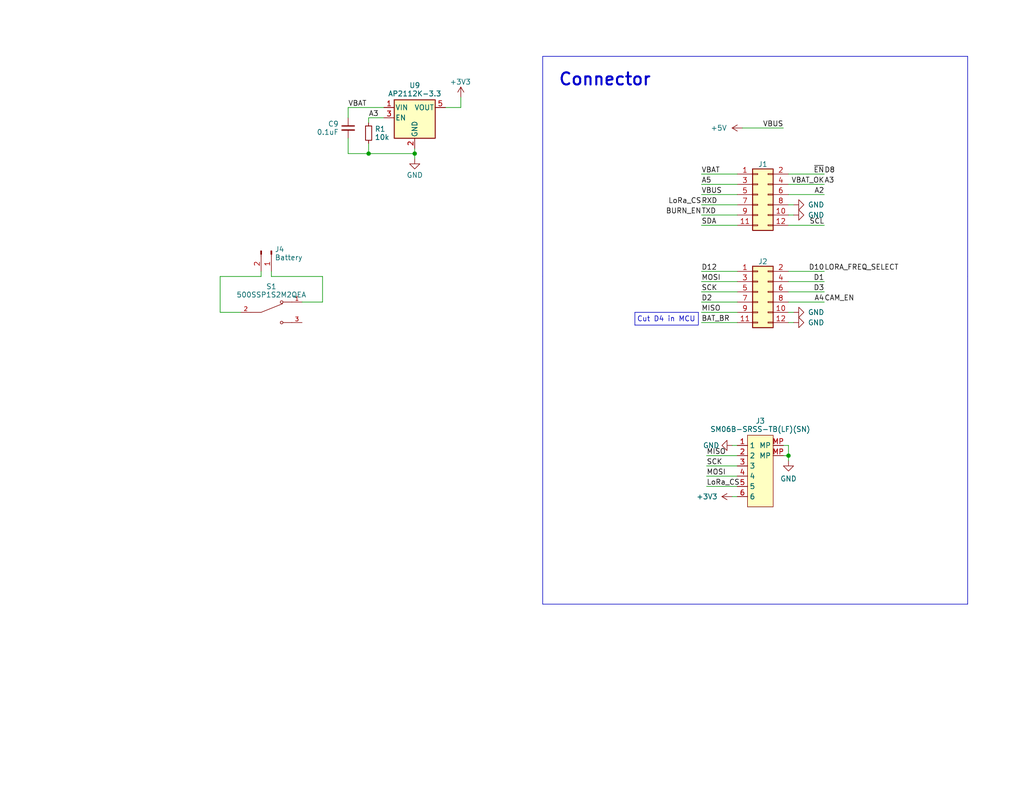
<source format=kicad_sch>
(kicad_sch (version 20230121) (generator eeschema)

  (uuid e63e39d7-6ac0-4ffd-8aa3-1841a4541b55)

  (paper "User" 254 194.996)

  (title_block
    (title "HexSense Svalbard - MCU module")
    (date "2023-05-25")
    (rev "V1")
    (company "MIT Media Lab")
    (comment 1 "Fangzheng Liu")
  )

  (lib_symbols
    (symbol "500SSP1S2M2QEA:500SSP1S2M2QEA" (pin_names (offset 1.016)) (in_bom yes) (on_board yes)
      (property "Reference" "S" (at -2.54 5.08 0)
        (effects (font (size 1.27 1.27)) (justify left bottom))
      )
      (property "Value" "500SSP1S2M2QEA" (at -2.54 -5.08 0)
        (effects (font (size 1.27 1.27)) (justify left top))
      )
      (property "Footprint" "500SSP1S2M2QEA:SW_500SSP1S2M2QEA" (at 0 0 0)
        (effects (font (size 1.27 1.27)) (justify bottom) hide)
      )
      (property "Datasheet" "" (at 0 0 0)
        (effects (font (size 1.27 1.27)) hide)
      )
      (property "MF" "E-Switch" (at 0 0 0)
        (effects (font (size 1.27 1.27)) (justify bottom) hide)
      )
      (property "MAXIMUM_PACKAGE_HEIGHT" "13.59mm" (at 0 0 0)
        (effects (font (size 1.27 1.27)) (justify bottom) hide)
      )
      (property "Package" "None" (at 0 0 0)
        (effects (font (size 1.27 1.27)) (justify bottom) hide)
      )
      (property "Price" "None" (at 0 0 0)
        (effects (font (size 1.27 1.27)) (justify bottom) hide)
      )
      (property "Check_prices" "https://www.snapeda.com/parts/500SSP1S2M2QEA/E-Switch/view-part/?ref=eda" (at 0 0 0)
        (effects (font (size 1.27 1.27)) (justify bottom) hide)
      )
      (property "STANDARD" "Manufacturer Recommendations" (at 0 0 0)
        (effects (font (size 1.27 1.27)) (justify bottom) hide)
      )
      (property "PARTREV" "C" (at 0 0 0)
        (effects (font (size 1.27 1.27)) (justify bottom) hide)
      )
      (property "SnapEDA_Link" "https://www.snapeda.com/parts/500SSP1S2M2QEA/E-Switch/view-part/?ref=snap" (at 0 0 0)
        (effects (font (size 1.27 1.27)) (justify bottom) hide)
      )
      (property "MP" "500SSP1S2M2QEA" (at 0 0 0)
        (effects (font (size 1.27 1.27)) (justify bottom) hide)
      )
      (property "Purchase-URL" "https://www.snapeda.com/api/url_track_click_mouser/?unipart_id=628492&manufacturer=E-Switch&part_name=500SSP1S2M2QEA&search_term=500ssp1s2m2qea" (at 0 0 0)
        (effects (font (size 1.27 1.27)) (justify bottom) hide)
      )
      (property "Description" "\nSlide Switch, 500A Series, Sealed, SPDT, ON-ON, 5A, 120VAC/28VDC, Silver, PC Pi | E-Switch 500SSP1S2M2QEA\n" (at 0 0 0)
        (effects (font (size 1.27 1.27)) (justify bottom) hide)
      )
      (property "Availability" "In Stock" (at 0 0 0)
        (effects (font (size 1.27 1.27)) (justify bottom) hide)
      )
      (property "MANUFACTURER" "E-switch" (at 0 0 0)
        (effects (font (size 1.27 1.27)) (justify bottom) hide)
      )
      (symbol "500SSP1S2M2QEA_0_0"
        (polyline
          (pts
            (xy -2.54 0)
            (xy -5.08 0)
          )
          (stroke (width 0.1524) (type default))
          (fill (type none))
        )
        (polyline
          (pts
            (xy -2.54 0)
            (xy 2.794 2.1336)
          )
          (stroke (width 0.1524) (type default))
          (fill (type none))
        )
        (polyline
          (pts
            (xy 5.08 -2.54)
            (xy 2.921 -2.54)
          )
          (stroke (width 0.1524) (type default))
          (fill (type none))
        )
        (polyline
          (pts
            (xy 5.08 2.54)
            (xy 2.921 2.54)
          )
          (stroke (width 0.1524) (type default))
          (fill (type none))
        )
        (circle (center 2.54 -2.54) (radius 0.3302)
          (stroke (width 0.1524) (type default))
          (fill (type none))
        )
        (circle (center 2.54 2.54) (radius 0.3302)
          (stroke (width 0.1524) (type default))
          (fill (type none))
        )
        (pin passive line (at 7.62 2.54 180) (length 2.54)
          (name "~" (effects (font (size 1.016 1.016))))
          (number "1" (effects (font (size 1.016 1.016))))
        )
        (pin passive line (at -7.62 0 0) (length 2.54)
          (name "~" (effects (font (size 1.016 1.016))))
          (number "2" (effects (font (size 1.016 1.016))))
        )
        (pin passive line (at 7.62 -2.54 180) (length 2.54)
          (name "~" (effects (font (size 1.016 1.016))))
          (number "3" (effects (font (size 1.016 1.016))))
        )
      )
    )
    (symbol "Connector:Conn_01x02_Pin" (pin_names (offset 1.016) hide) (in_bom yes) (on_board yes)
      (property "Reference" "J" (at 0 2.54 0)
        (effects (font (size 1.27 1.27)))
      )
      (property "Value" "Conn_01x02_Pin" (at 0 -5.08 0)
        (effects (font (size 1.27 1.27)))
      )
      (property "Footprint" "" (at 0 0 0)
        (effects (font (size 1.27 1.27)) hide)
      )
      (property "Datasheet" "~" (at 0 0 0)
        (effects (font (size 1.27 1.27)) hide)
      )
      (property "ki_locked" "" (at 0 0 0)
        (effects (font (size 1.27 1.27)))
      )
      (property "ki_keywords" "connector" (at 0 0 0)
        (effects (font (size 1.27 1.27)) hide)
      )
      (property "ki_description" "Generic connector, single row, 01x02, script generated" (at 0 0 0)
        (effects (font (size 1.27 1.27)) hide)
      )
      (property "ki_fp_filters" "Connector*:*_1x??_*" (at 0 0 0)
        (effects (font (size 1.27 1.27)) hide)
      )
      (symbol "Conn_01x02_Pin_1_1"
        (polyline
          (pts
            (xy 1.27 -2.54)
            (xy 0.8636 -2.54)
          )
          (stroke (width 0.1524) (type default))
          (fill (type none))
        )
        (polyline
          (pts
            (xy 1.27 0)
            (xy 0.8636 0)
          )
          (stroke (width 0.1524) (type default))
          (fill (type none))
        )
        (rectangle (start 0.8636 -2.413) (end 0 -2.667)
          (stroke (width 0.1524) (type default))
          (fill (type outline))
        )
        (rectangle (start 0.8636 0.127) (end 0 -0.127)
          (stroke (width 0.1524) (type default))
          (fill (type outline))
        )
        (pin passive line (at 5.08 0 180) (length 3.81)
          (name "Pin_1" (effects (font (size 1.27 1.27))))
          (number "1" (effects (font (size 1.27 1.27))))
        )
        (pin passive line (at 5.08 -2.54 180) (length 3.81)
          (name "Pin_2" (effects (font (size 1.27 1.27))))
          (number "2" (effects (font (size 1.27 1.27))))
        )
      )
    )
    (symbol "Connector_Generic:Conn_02x06_Odd_Even" (pin_names (offset 1.016) hide) (in_bom yes) (on_board yes)
      (property "Reference" "J" (at 1.27 7.62 0)
        (effects (font (size 1.27 1.27)))
      )
      (property "Value" "Conn_02x06_Odd_Even" (at 1.27 -10.16 0)
        (effects (font (size 1.27 1.27)))
      )
      (property "Footprint" "" (at 0 0 0)
        (effects (font (size 1.27 1.27)) hide)
      )
      (property "Datasheet" "~" (at 0 0 0)
        (effects (font (size 1.27 1.27)) hide)
      )
      (property "ki_keywords" "connector" (at 0 0 0)
        (effects (font (size 1.27 1.27)) hide)
      )
      (property "ki_description" "Generic connector, double row, 02x06, odd/even pin numbering scheme (row 1 odd numbers, row 2 even numbers), script generated (kicad-library-utils/schlib/autogen/connector/)" (at 0 0 0)
        (effects (font (size 1.27 1.27)) hide)
      )
      (property "ki_fp_filters" "Connector*:*_2x??_*" (at 0 0 0)
        (effects (font (size 1.27 1.27)) hide)
      )
      (symbol "Conn_02x06_Odd_Even_1_1"
        (rectangle (start -1.27 -7.493) (end 0 -7.747)
          (stroke (width 0.1524) (type default))
          (fill (type none))
        )
        (rectangle (start -1.27 -4.953) (end 0 -5.207)
          (stroke (width 0.1524) (type default))
          (fill (type none))
        )
        (rectangle (start -1.27 -2.413) (end 0 -2.667)
          (stroke (width 0.1524) (type default))
          (fill (type none))
        )
        (rectangle (start -1.27 0.127) (end 0 -0.127)
          (stroke (width 0.1524) (type default))
          (fill (type none))
        )
        (rectangle (start -1.27 2.667) (end 0 2.413)
          (stroke (width 0.1524) (type default))
          (fill (type none))
        )
        (rectangle (start -1.27 5.207) (end 0 4.953)
          (stroke (width 0.1524) (type default))
          (fill (type none))
        )
        (rectangle (start -1.27 6.35) (end 3.81 -8.89)
          (stroke (width 0.254) (type default))
          (fill (type background))
        )
        (rectangle (start 3.81 -7.493) (end 2.54 -7.747)
          (stroke (width 0.1524) (type default))
          (fill (type none))
        )
        (rectangle (start 3.81 -4.953) (end 2.54 -5.207)
          (stroke (width 0.1524) (type default))
          (fill (type none))
        )
        (rectangle (start 3.81 -2.413) (end 2.54 -2.667)
          (stroke (width 0.1524) (type default))
          (fill (type none))
        )
        (rectangle (start 3.81 0.127) (end 2.54 -0.127)
          (stroke (width 0.1524) (type default))
          (fill (type none))
        )
        (rectangle (start 3.81 2.667) (end 2.54 2.413)
          (stroke (width 0.1524) (type default))
          (fill (type none))
        )
        (rectangle (start 3.81 5.207) (end 2.54 4.953)
          (stroke (width 0.1524) (type default))
          (fill (type none))
        )
        (pin passive line (at -5.08 5.08 0) (length 3.81)
          (name "Pin_1" (effects (font (size 1.27 1.27))))
          (number "1" (effects (font (size 1.27 1.27))))
        )
        (pin passive line (at 7.62 -5.08 180) (length 3.81)
          (name "Pin_10" (effects (font (size 1.27 1.27))))
          (number "10" (effects (font (size 1.27 1.27))))
        )
        (pin passive line (at -5.08 -7.62 0) (length 3.81)
          (name "Pin_11" (effects (font (size 1.27 1.27))))
          (number "11" (effects (font (size 1.27 1.27))))
        )
        (pin passive line (at 7.62 -7.62 180) (length 3.81)
          (name "Pin_12" (effects (font (size 1.27 1.27))))
          (number "12" (effects (font (size 1.27 1.27))))
        )
        (pin passive line (at 7.62 5.08 180) (length 3.81)
          (name "Pin_2" (effects (font (size 1.27 1.27))))
          (number "2" (effects (font (size 1.27 1.27))))
        )
        (pin passive line (at -5.08 2.54 0) (length 3.81)
          (name "Pin_3" (effects (font (size 1.27 1.27))))
          (number "3" (effects (font (size 1.27 1.27))))
        )
        (pin passive line (at 7.62 2.54 180) (length 3.81)
          (name "Pin_4" (effects (font (size 1.27 1.27))))
          (number "4" (effects (font (size 1.27 1.27))))
        )
        (pin passive line (at -5.08 0 0) (length 3.81)
          (name "Pin_5" (effects (font (size 1.27 1.27))))
          (number "5" (effects (font (size 1.27 1.27))))
        )
        (pin passive line (at 7.62 0 180) (length 3.81)
          (name "Pin_6" (effects (font (size 1.27 1.27))))
          (number "6" (effects (font (size 1.27 1.27))))
        )
        (pin passive line (at -5.08 -2.54 0) (length 3.81)
          (name "Pin_7" (effects (font (size 1.27 1.27))))
          (number "7" (effects (font (size 1.27 1.27))))
        )
        (pin passive line (at 7.62 -2.54 180) (length 3.81)
          (name "Pin_8" (effects (font (size 1.27 1.27))))
          (number "8" (effects (font (size 1.27 1.27))))
        )
        (pin passive line (at -5.08 -5.08 0) (length 3.81)
          (name "Pin_9" (effects (font (size 1.27 1.27))))
          (number "9" (effects (font (size 1.27 1.27))))
        )
      )
    )
    (symbol "Device:C_Small" (pin_numbers hide) (pin_names (offset 0.254) hide) (in_bom yes) (on_board yes)
      (property "Reference" "C" (at 0.254 1.778 0)
        (effects (font (size 1.27 1.27)) (justify left))
      )
      (property "Value" "C_Small" (at 0.254 -2.032 0)
        (effects (font (size 1.27 1.27)) (justify left))
      )
      (property "Footprint" "" (at 0 0 0)
        (effects (font (size 1.27 1.27)) hide)
      )
      (property "Datasheet" "~" (at 0 0 0)
        (effects (font (size 1.27 1.27)) hide)
      )
      (property "ki_keywords" "capacitor cap" (at 0 0 0)
        (effects (font (size 1.27 1.27)) hide)
      )
      (property "ki_description" "Unpolarized capacitor, small symbol" (at 0 0 0)
        (effects (font (size 1.27 1.27)) hide)
      )
      (property "ki_fp_filters" "C_*" (at 0 0 0)
        (effects (font (size 1.27 1.27)) hide)
      )
      (symbol "C_Small_0_1"
        (polyline
          (pts
            (xy -1.524 -0.508)
            (xy 1.524 -0.508)
          )
          (stroke (width 0.3302) (type default))
          (fill (type none))
        )
        (polyline
          (pts
            (xy -1.524 0.508)
            (xy 1.524 0.508)
          )
          (stroke (width 0.3048) (type default))
          (fill (type none))
        )
      )
      (symbol "C_Small_1_1"
        (pin passive line (at 0 2.54 270) (length 2.032)
          (name "~" (effects (font (size 1.27 1.27))))
          (number "1" (effects (font (size 1.27 1.27))))
        )
        (pin passive line (at 0 -2.54 90) (length 2.032)
          (name "~" (effects (font (size 1.27 1.27))))
          (number "2" (effects (font (size 1.27 1.27))))
        )
      )
    )
    (symbol "Device:R_Small" (pin_numbers hide) (pin_names (offset 0.254) hide) (in_bom yes) (on_board yes)
      (property "Reference" "R" (at 0.762 0.508 0)
        (effects (font (size 1.27 1.27)) (justify left))
      )
      (property "Value" "R_Small" (at 0.762 -1.016 0)
        (effects (font (size 1.27 1.27)) (justify left))
      )
      (property "Footprint" "" (at 0 0 0)
        (effects (font (size 1.27 1.27)) hide)
      )
      (property "Datasheet" "~" (at 0 0 0)
        (effects (font (size 1.27 1.27)) hide)
      )
      (property "ki_keywords" "R resistor" (at 0 0 0)
        (effects (font (size 1.27 1.27)) hide)
      )
      (property "ki_description" "Resistor, small symbol" (at 0 0 0)
        (effects (font (size 1.27 1.27)) hide)
      )
      (property "ki_fp_filters" "R_*" (at 0 0 0)
        (effects (font (size 1.27 1.27)) hide)
      )
      (symbol "R_Small_0_1"
        (rectangle (start -0.762 1.778) (end 0.762 -1.778)
          (stroke (width 0.2032) (type default))
          (fill (type none))
        )
      )
      (symbol "R_Small_1_1"
        (pin passive line (at 0 2.54 270) (length 0.762)
          (name "~" (effects (font (size 1.27 1.27))))
          (number "1" (effects (font (size 1.27 1.27))))
        )
        (pin passive line (at 0 -2.54 90) (length 0.762)
          (name "~" (effects (font (size 1.27 1.27))))
          (number "2" (effects (font (size 1.27 1.27))))
        )
      )
    )
    (symbol "Mylib:BM06B-SURS-TF(LF)(SN)" (in_bom yes) (on_board yes)
      (property "Reference" "J" (at 0 6.35 0)
        (effects (font (size 1.27 1.27)))
      )
      (property "Value" "BM06B-SURS-TF(LF)(SN)" (at 0 3.81 0)
        (effects (font (size 1.27 1.27)))
      )
      (property "Footprint" "" (at 0 0 0)
        (effects (font (size 1.27 1.27)) hide)
      )
      (property "Datasheet" "" (at 0 0 0)
        (effects (font (size 1.27 1.27)) hide)
      )
      (symbol "BM06B-SURS-TF(LF)(SN)_0_1"
        (rectangle (start -2.54 2.54) (end 3.81 -15.24)
          (stroke (width 0.1524) (type default))
          (fill (type background))
        )
      )
      (symbol "BM06B-SURS-TF(LF)(SN)_1_1"
        (pin input line (at -5.08 0 0) (length 2.54)
          (name "1" (effects (font (size 1.27 1.27))))
          (number "1" (effects (font (size 1.27 1.27))))
        )
        (pin input line (at -5.08 -2.54 0) (length 2.54)
          (name "2" (effects (font (size 1.27 1.27))))
          (number "2" (effects (font (size 1.27 1.27))))
        )
        (pin input line (at -5.08 -5.08 0) (length 2.54)
          (name "3" (effects (font (size 1.27 1.27))))
          (number "3" (effects (font (size 1.27 1.27))))
        )
        (pin input line (at -5.08 -7.62 0) (length 2.54)
          (name "4" (effects (font (size 1.27 1.27))))
          (number "4" (effects (font (size 1.27 1.27))))
        )
        (pin input line (at -5.08 -10.16 0) (length 2.54)
          (name "5" (effects (font (size 1.27 1.27))))
          (number "5" (effects (font (size 1.27 1.27))))
        )
        (pin input line (at -5.08 -12.7 0) (length 2.54)
          (name "6" (effects (font (size 1.27 1.27))))
          (number "6" (effects (font (size 1.27 1.27))))
        )
        (pin input line (at 6.35 -2.54 180) (length 2.54)
          (name "MP" (effects (font (size 1.27 1.27))))
          (number "MP" (effects (font (size 1.27 1.27))))
        )
        (pin input line (at 6.35 0 180) (length 2.54)
          (name "MP" (effects (font (size 1.27 1.27))))
          (number "MP" (effects (font (size 1.27 1.27))))
        )
      )
    )
    (symbol "Regulator_Linear:AP2112K-3.3" (pin_names (offset 0.254)) (in_bom yes) (on_board yes)
      (property "Reference" "U" (at -5.08 5.715 0)
        (effects (font (size 1.27 1.27)) (justify left))
      )
      (property "Value" "AP2112K-3.3" (at 0 5.715 0)
        (effects (font (size 1.27 1.27)) (justify left))
      )
      (property "Footprint" "Package_TO_SOT_SMD:SOT-23-5" (at 0 8.255 0)
        (effects (font (size 1.27 1.27)) hide)
      )
      (property "Datasheet" "https://www.diodes.com/assets/Datasheets/AP2112.pdf" (at 0 2.54 0)
        (effects (font (size 1.27 1.27)) hide)
      )
      (property "ki_keywords" "linear regulator ldo fixed positive" (at 0 0 0)
        (effects (font (size 1.27 1.27)) hide)
      )
      (property "ki_description" "600mA low dropout linear regulator, with enable pin, 3.8V-6V input voltage range, 3.3V fixed positive output, SOT-23-5" (at 0 0 0)
        (effects (font (size 1.27 1.27)) hide)
      )
      (property "ki_fp_filters" "SOT?23?5*" (at 0 0 0)
        (effects (font (size 1.27 1.27)) hide)
      )
      (symbol "AP2112K-3.3_0_1"
        (rectangle (start -5.08 4.445) (end 5.08 -5.08)
          (stroke (width 0.254) (type default))
          (fill (type background))
        )
      )
      (symbol "AP2112K-3.3_1_1"
        (pin power_in line (at -7.62 2.54 0) (length 2.54)
          (name "VIN" (effects (font (size 1.27 1.27))))
          (number "1" (effects (font (size 1.27 1.27))))
        )
        (pin power_in line (at 0 -7.62 90) (length 2.54)
          (name "GND" (effects (font (size 1.27 1.27))))
          (number "2" (effects (font (size 1.27 1.27))))
        )
        (pin input line (at -7.62 0 0) (length 2.54)
          (name "EN" (effects (font (size 1.27 1.27))))
          (number "3" (effects (font (size 1.27 1.27))))
        )
        (pin no_connect line (at 5.08 0 180) (length 2.54) hide
          (name "NC" (effects (font (size 1.27 1.27))))
          (number "4" (effects (font (size 1.27 1.27))))
        )
        (pin power_out line (at 7.62 2.54 180) (length 2.54)
          (name "VOUT" (effects (font (size 1.27 1.27))))
          (number "5" (effects (font (size 1.27 1.27))))
        )
      )
    )
    (symbol "power:+3.3V" (power) (pin_names (offset 0)) (in_bom yes) (on_board yes)
      (property "Reference" "#PWR" (at 0 -3.81 0)
        (effects (font (size 1.27 1.27)) hide)
      )
      (property "Value" "+3.3V" (at 0 3.556 0)
        (effects (font (size 1.27 1.27)))
      )
      (property "Footprint" "" (at 0 0 0)
        (effects (font (size 1.27 1.27)) hide)
      )
      (property "Datasheet" "" (at 0 0 0)
        (effects (font (size 1.27 1.27)) hide)
      )
      (property "ki_keywords" "power-flag" (at 0 0 0)
        (effects (font (size 1.27 1.27)) hide)
      )
      (property "ki_description" "Power symbol creates a global label with name \"+3.3V\"" (at 0 0 0)
        (effects (font (size 1.27 1.27)) hide)
      )
      (symbol "+3.3V_0_1"
        (polyline
          (pts
            (xy -0.762 1.27)
            (xy 0 2.54)
          )
          (stroke (width 0) (type default))
          (fill (type none))
        )
        (polyline
          (pts
            (xy 0 0)
            (xy 0 2.54)
          )
          (stroke (width 0) (type default))
          (fill (type none))
        )
        (polyline
          (pts
            (xy 0 2.54)
            (xy 0.762 1.27)
          )
          (stroke (width 0) (type default))
          (fill (type none))
        )
      )
      (symbol "+3.3V_1_1"
        (pin power_in line (at 0 0 90) (length 0) hide
          (name "+3V3" (effects (font (size 1.27 1.27))))
          (number "1" (effects (font (size 1.27 1.27))))
        )
      )
    )
    (symbol "power:+5V" (power) (pin_names (offset 0)) (in_bom yes) (on_board yes)
      (property "Reference" "#PWR" (at 0 -3.81 0)
        (effects (font (size 1.27 1.27)) hide)
      )
      (property "Value" "+5V" (at 0 3.556 0)
        (effects (font (size 1.27 1.27)))
      )
      (property "Footprint" "" (at 0 0 0)
        (effects (font (size 1.27 1.27)) hide)
      )
      (property "Datasheet" "" (at 0 0 0)
        (effects (font (size 1.27 1.27)) hide)
      )
      (property "ki_keywords" "global power" (at 0 0 0)
        (effects (font (size 1.27 1.27)) hide)
      )
      (property "ki_description" "Power symbol creates a global label with name \"+5V\"" (at 0 0 0)
        (effects (font (size 1.27 1.27)) hide)
      )
      (symbol "+5V_0_1"
        (polyline
          (pts
            (xy -0.762 1.27)
            (xy 0 2.54)
          )
          (stroke (width 0) (type default))
          (fill (type none))
        )
        (polyline
          (pts
            (xy 0 0)
            (xy 0 2.54)
          )
          (stroke (width 0) (type default))
          (fill (type none))
        )
        (polyline
          (pts
            (xy 0 2.54)
            (xy 0.762 1.27)
          )
          (stroke (width 0) (type default))
          (fill (type none))
        )
      )
      (symbol "+5V_1_1"
        (pin power_in line (at 0 0 90) (length 0) hide
          (name "+5V" (effects (font (size 1.27 1.27))))
          (number "1" (effects (font (size 1.27 1.27))))
        )
      )
    )
    (symbol "power:GND" (power) (pin_names (offset 0)) (in_bom yes) (on_board yes)
      (property "Reference" "#PWR" (at 0 -6.35 0)
        (effects (font (size 1.27 1.27)) hide)
      )
      (property "Value" "GND" (at 0 -3.81 0)
        (effects (font (size 1.27 1.27)))
      )
      (property "Footprint" "" (at 0 0 0)
        (effects (font (size 1.27 1.27)) hide)
      )
      (property "Datasheet" "" (at 0 0 0)
        (effects (font (size 1.27 1.27)) hide)
      )
      (property "ki_keywords" "global power" (at 0 0 0)
        (effects (font (size 1.27 1.27)) hide)
      )
      (property "ki_description" "Power symbol creates a global label with name \"GND\" , ground" (at 0 0 0)
        (effects (font (size 1.27 1.27)) hide)
      )
      (symbol "GND_0_1"
        (polyline
          (pts
            (xy 0 0)
            (xy 0 -1.27)
            (xy 1.27 -1.27)
            (xy 0 -2.54)
            (xy -1.27 -1.27)
            (xy 0 -1.27)
          )
          (stroke (width 0) (type default))
          (fill (type none))
        )
      )
      (symbol "GND_1_1"
        (pin power_in line (at 0 0 270) (length 0) hide
          (name "GND" (effects (font (size 1.27 1.27))))
          (number "1" (effects (font (size 1.27 1.27))))
        )
      )
    )
  )

  (junction (at 91.44 38.1) (diameter 0) (color 0 0 0 0)
    (uuid 35e4b77e-826b-44e7-beb8-22614103ec6c)
  )
  (junction (at 102.87 38.1) (diameter 0) (color 0 0 0 0)
    (uuid 620dd222-c7e6-44f0-9e4c-7a41603b81ef)
  )
  (junction (at 195.58 113.03) (diameter 0) (color 0 0 0 0)
    (uuid 7e0e89d7-0e07-45de-a927-72dc7b28e017)
  )

  (wire (pts (xy 86.36 29.21) (xy 86.36 26.67))
    (stroke (width 0) (type default))
    (uuid 08f9aa60-8749-424c-aecf-7c433bf4a1d5)
  )
  (polyline (pts (xy 134.62 68.58) (xy 134.62 149.86))
    (stroke (width 0) (type default))
    (uuid 095a5298-c86a-465b-98a6-5913b517f78f)
  )

  (wire (pts (xy 173.99 77.47) (xy 182.88 77.47))
    (stroke (width 0) (type default))
    (uuid 0fa9183f-5369-426b-9498-5645797922df)
  )
  (wire (pts (xy 86.36 34.29) (xy 86.36 38.1))
    (stroke (width 0) (type default))
    (uuid 1015a498-4b6e-472b-8471-a69133b25874)
  )
  (wire (pts (xy 194.31 110.49) (xy 195.58 110.49))
    (stroke (width 0) (type default))
    (uuid 174afaf5-9038-4d6b-b0dc-4a30c9782c61)
  )
  (wire (pts (xy 67.31 67.31) (xy 67.31 68.58))
    (stroke (width 0) (type default))
    (uuid 1b063ed5-7efb-4038-8ff0-66755b3fde8a)
  )
  (wire (pts (xy 195.58 77.47) (xy 196.85 77.47))
    (stroke (width 0) (type default))
    (uuid 1d632da4-c543-4d80-b642-0354a56e2d07)
  )
  (wire (pts (xy 64.77 68.58) (xy 64.77 67.31))
    (stroke (width 0) (type default))
    (uuid 1e7d2c7c-7868-4fbf-bc36-6ab5883cacef)
  )
  (wire (pts (xy 91.44 35.56) (xy 91.44 38.1))
    (stroke (width 0) (type default))
    (uuid 2097de3c-eec6-4212-8c3c-5e6b70ebe2db)
  )
  (wire (pts (xy 195.58 53.34) (xy 196.85 53.34))
    (stroke (width 0) (type default))
    (uuid 22bff00e-e419-4092-a2b8-c1f232a8e641)
  )
  (polyline (pts (xy 173.228 77.47) (xy 173.228 80.518))
    (stroke (width 0) (type default))
    (uuid 2c4318f3-9a09-4cb2-80be-7294fde9c374)
  )

  (wire (pts (xy 173.99 43.18) (xy 182.88 43.18))
    (stroke (width 0) (type default))
    (uuid 3367972f-528d-4624-89f4-0b3b2f6850f4)
  )
  (wire (pts (xy 173.99 69.85) (xy 182.88 69.85))
    (stroke (width 0) (type default))
    (uuid 3f343929-cf20-4bbe-a9de-dd217b905843)
  )
  (wire (pts (xy 195.58 110.49) (xy 195.58 113.03))
    (stroke (width 0) (type default))
    (uuid 43eddb0b-85df-4566-9c72-788b87fc7ff5)
  )
  (polyline (pts (xy 240.03 68.58) (xy 240.03 149.86))
    (stroke (width 0) (type default))
    (uuid 4cd877f2-de11-4b0d-9360-3e3ed7b50b0d)
  )

  (wire (pts (xy 173.99 55.88) (xy 182.88 55.88))
    (stroke (width 0) (type default))
    (uuid 5644d770-110b-4322-a561-85e83bfe8b36)
  )
  (wire (pts (xy 86.36 38.1) (xy 91.44 38.1))
    (stroke (width 0) (type default))
    (uuid 57691734-a177-44fd-9b28-ed89b007f21c)
  )
  (wire (pts (xy 59.69 77.47) (xy 54.61 77.47))
    (stroke (width 0) (type default))
    (uuid 5816156f-3d08-4ad2-9ee4-4aead5f614d9)
  )
  (wire (pts (xy 175.26 120.65) (xy 182.88 120.65))
    (stroke (width 0) (type default))
    (uuid 59598f6c-09d8-4909-9b56-2d93b3defc9f)
  )
  (polyline (pts (xy 134.62 13.97) (xy 134.62 68.58))
    (stroke (width 0) (type default))
    (uuid 5bebda4e-b5da-48c2-ac93-396c4bf2e3fd)
  )

  (wire (pts (xy 173.99 50.8) (xy 182.88 50.8))
    (stroke (width 0) (type default))
    (uuid 62d8155c-ac7e-4eef-9fd9-aecdad28d29c)
  )
  (wire (pts (xy 195.58 74.93) (xy 204.47 74.93))
    (stroke (width 0) (type default))
    (uuid 640f9653-4ed5-42e7-bbea-eab563e0845a)
  )
  (wire (pts (xy 80.01 74.93) (xy 74.93 74.93))
    (stroke (width 0) (type default))
    (uuid 64515e9f-a9b7-41e5-bb8d-4f2eabd24cbf)
  )
  (wire (pts (xy 181.61 110.49) (xy 182.88 110.49))
    (stroke (width 0) (type default))
    (uuid 69fdfae7-9463-4f29-b04c-2c27eb3cbe92)
  )
  (wire (pts (xy 184.15 31.75) (xy 194.31 31.75))
    (stroke (width 0) (type default))
    (uuid 710eb554-dca1-48a5-872b-85c05870feb8)
  )
  (polyline (pts (xy 134.62 13.97) (xy 240.03 13.97))
    (stroke (width 0) (type default))
    (uuid 87e5f432-bb64-491c-8ee2-a5cebd1952e2)
  )

  (wire (pts (xy 195.58 67.31) (xy 204.47 67.31))
    (stroke (width 0) (type default))
    (uuid 885e6c63-c79d-42e9-b6d0-2a7504f5ceb0)
  )
  (wire (pts (xy 194.31 113.03) (xy 195.58 113.03))
    (stroke (width 0) (type default))
    (uuid 8ba28bcb-42ff-4880-a824-08351ed009e3)
  )
  (wire (pts (xy 86.36 26.67) (xy 95.25 26.67))
    (stroke (width 0) (type default))
    (uuid 91c89d99-c3d0-4551-9ff1-0a7cd60a2783)
  )
  (wire (pts (xy 67.31 68.58) (xy 80.01 68.58))
    (stroke (width 0) (type default))
    (uuid 96089f52-3acc-4ef3-9128-78e54faa32c0)
  )
  (wire (pts (xy 80.01 68.58) (xy 80.01 74.93))
    (stroke (width 0) (type default))
    (uuid 9a5dd11e-57b3-4881-9a25-35311a426606)
  )
  (wire (pts (xy 195.58 113.03) (xy 195.58 114.3))
    (stroke (width 0) (type default))
    (uuid 9f3f2958-e1b3-4367-9f40-508ef9d869aa)
  )
  (wire (pts (xy 175.26 113.03) (xy 182.88 113.03))
    (stroke (width 0) (type default))
    (uuid a335d86c-78c1-406e-8845-7e7995f1ad8a)
  )
  (wire (pts (xy 195.58 43.18) (xy 204.47 43.18))
    (stroke (width 0) (type default))
    (uuid a77c3986-b378-46c6-afe3-f8cddd34e442)
  )
  (wire (pts (xy 114.3 26.67) (xy 110.49 26.67))
    (stroke (width 0) (type default))
    (uuid af772aa8-59aa-47f6-b915-e9212dc781a7)
  )
  (wire (pts (xy 175.26 115.57) (xy 182.88 115.57))
    (stroke (width 0) (type default))
    (uuid b55e0abd-9652-425b-9bd1-0edacc05e8a8)
  )
  (wire (pts (xy 195.58 72.39) (xy 204.47 72.39))
    (stroke (width 0) (type default))
    (uuid b714ccda-473d-49a2-8647-2e3451ae4af3)
  )
  (wire (pts (xy 102.87 39.37) (xy 102.87 38.1))
    (stroke (width 0) (type default))
    (uuid b75da5da-3190-4da6-837f-0c8cf23333d9)
  )
  (wire (pts (xy 173.99 74.93) (xy 182.88 74.93))
    (stroke (width 0) (type default))
    (uuid b800fd66-f8b2-4a8f-8179-bef154ad4388)
  )
  (polyline (pts (xy 157.48 77.47) (xy 157.48 80.645))
    (stroke (width 0) (type default))
    (uuid b995f51b-ba0d-4146-962d-a0d29ee653f1)
  )

  (wire (pts (xy 195.58 45.72) (xy 204.47 45.72))
    (stroke (width 0) (type default))
    (uuid beebf9aa-51a4-4d3a-8987-b0152db26238)
  )
  (wire (pts (xy 195.58 80.01) (xy 196.85 80.01))
    (stroke (width 0) (type default))
    (uuid bfe5a673-1e36-4a91-9395-3214380a9c9e)
  )
  (wire (pts (xy 195.58 55.88) (xy 204.47 55.88))
    (stroke (width 0) (type default))
    (uuid c1eefc4b-76f4-40c3-b933-ab586706af53)
  )
  (wire (pts (xy 173.99 45.72) (xy 182.88 45.72))
    (stroke (width 0) (type default))
    (uuid c3cc102d-dc30-4baa-8488-764d1e4ac801)
  )
  (wire (pts (xy 173.99 80.01) (xy 182.88 80.01))
    (stroke (width 0) (type default))
    (uuid c5a5306e-835a-4857-a54d-52666a5e97e5)
  )
  (wire (pts (xy 91.44 29.21) (xy 95.25 29.21))
    (stroke (width 0) (type default))
    (uuid c779e581-cd0a-4389-9b4a-af6d06f854c4)
  )
  (wire (pts (xy 195.58 50.8) (xy 196.85 50.8))
    (stroke (width 0) (type default))
    (uuid c78dfecd-9bbd-4662-b3cf-1de3a4cb4c20)
  )
  (wire (pts (xy 175.26 118.11) (xy 182.88 118.11))
    (stroke (width 0) (type default))
    (uuid cd71d737-b42c-4a56-a44f-767fce5879b3)
  )
  (wire (pts (xy 195.58 48.26) (xy 204.47 48.26))
    (stroke (width 0) (type default))
    (uuid cdc91dc6-fdca-4424-8535-1673f6b3da25)
  )
  (wire (pts (xy 181.61 123.19) (xy 182.88 123.19))
    (stroke (width 0) (type default))
    (uuid d3042394-8e26-45ea-a84d-95a470a8fff5)
  )
  (wire (pts (xy 195.58 69.85) (xy 204.47 69.85))
    (stroke (width 0) (type default))
    (uuid d3ceafe9-21fe-40d6-96ff-2b41c0e51db7)
  )
  (wire (pts (xy 54.61 68.58) (xy 64.77 68.58))
    (stroke (width 0) (type default))
    (uuid dd3720d1-d4e6-4e16-9bc7-1fabaf2e4a53)
  )
  (polyline (pts (xy 173.228 80.645) (xy 157.48 80.645))
    (stroke (width 0) (type default))
    (uuid dd55d13f-04a6-4c2f-84dd-50c591b38154)
  )

  (wire (pts (xy 54.61 77.47) (xy 54.61 68.58))
    (stroke (width 0) (type default))
    (uuid e9e39c57-d072-4e54-a86d-5618587fdf6b)
  )
  (wire (pts (xy 173.99 53.34) (xy 182.88 53.34))
    (stroke (width 0) (type default))
    (uuid ede3c9c0-4304-4a43-95b9-0bd4cd7ad138)
  )
  (wire (pts (xy 173.99 48.26) (xy 182.88 48.26))
    (stroke (width 0) (type default))
    (uuid f0d73c50-92e8-4b97-a2e7-897738ec266d)
  )
  (wire (pts (xy 91.44 29.21) (xy 91.44 30.48))
    (stroke (width 0) (type default))
    (uuid f272491c-8219-44fb-afff-ad4e6f749822)
  )
  (wire (pts (xy 102.87 38.1) (xy 102.87 36.83))
    (stroke (width 0) (type default))
    (uuid f362601d-c2cb-4ff8-9f95-99468277321c)
  )
  (polyline (pts (xy 240.03 13.97) (xy 240.03 68.58))
    (stroke (width 0) (type default))
    (uuid f3d7fa48-431a-4b3f-97d9-b88d92b44bad)
  )

  (wire (pts (xy 173.99 67.31) (xy 182.88 67.31))
    (stroke (width 0) (type default))
    (uuid f3f91864-7639-425e-a447-c9c5efe1dc4c)
  )
  (wire (pts (xy 173.99 72.39) (xy 182.88 72.39))
    (stroke (width 0) (type default))
    (uuid f9c292e5-c6ed-478b-b8e1-da89018080ce)
  )
  (polyline (pts (xy 240.03 149.86) (xy 134.62 149.86))
    (stroke (width 0) (type default))
    (uuid fc5e7a01-4e62-431a-8a57-2f88b4713ba3)
  )

  (wire (pts (xy 91.44 38.1) (xy 102.87 38.1))
    (stroke (width 0) (type default))
    (uuid ff3c3f7c-78d0-4205-ba49-fd96d2137416)
  )
  (wire (pts (xy 114.3 24.13) (xy 114.3 26.67))
    (stroke (width 0) (type default))
    (uuid ffebb3f8-1990-46b5-ab0a-d17996adb6cc)
  )
  (polyline (pts (xy 157.48 77.47) (xy 173.228 77.47))
    (stroke (width 0) (type default))
    (uuid ffec96fd-6d05-4828-84c6-c8f03c611730)
  )

  (text "Cut D4 in MCU" (at 157.988 80.01 0)
    (effects (font (size 1.27 1.27)) (justify left bottom))
    (uuid 6941ee7e-0987-4aab-a47f-29cf42b12613)
  )
  (text "Connector" (at 138.43 21.59 0)
    (effects (font (size 3 3) (thickness 0.508) bold) (justify left bottom))
    (uuid 98beb101-a225-4bb4-8ab1-1ade8805a442)
  )

  (label "D3" (at 204.47 72.39 180) (fields_autoplaced)
    (effects (font (size 1.27 1.27)) (justify right bottom))
    (uuid 003088b9-81a7-4139-9664-d38b249c01d4)
  )
  (label "BAT_BR" (at 173.99 80.01 0) (fields_autoplaced)
    (effects (font (size 1.27 1.27)) (justify left bottom))
    (uuid 0032f7f8-2b77-4f03-9c0a-18e0e0ed6e72)
  )
  (label "LoRa_CS" (at 173.99 50.8 180) (fields_autoplaced)
    (effects (font (size 1.27 1.27)) (justify right bottom))
    (uuid 06f28a36-75cc-4d59-8585-d2a0862ea71b)
  )
  (label "MOSI" (at 173.99 69.85 0) (fields_autoplaced)
    (effects (font (size 1.27 1.27)) (justify left bottom))
    (uuid 0e3a8c67-6752-4add-8895-9eafd2409d71)
  )
  (label "MISO" (at 175.26 113.03 0) (fields_autoplaced)
    (effects (font (size 1.27 1.27)) (justify left bottom))
    (uuid 17adcb64-347e-4afc-ae2a-62f1691d3c2e)
  )
  (label "A3" (at 91.44 29.21 0) (fields_autoplaced)
    (effects (font (size 1.27 1.27)) (justify left bottom))
    (uuid 17cb82dd-cc27-4002-b9c2-bc3fdc05b3b0)
  )
  (label "D10" (at 204.47 67.31 180) (fields_autoplaced)
    (effects (font (size 1.27 1.27)) (justify right bottom))
    (uuid 22423b0d-8ba3-4d2c-9da2-f8acf3aa19cc)
  )
  (label "TXD" (at 173.99 53.34 0) (fields_autoplaced)
    (effects (font (size 1.27 1.27)) (justify left bottom))
    (uuid 2ba1a6d1-64e1-49bd-a765-811d38a5fd97)
  )
  (label "MOSI" (at 175.26 118.11 0) (fields_autoplaced)
    (effects (font (size 1.27 1.27)) (justify left bottom))
    (uuid 2bbccfc4-5416-42d4-a9ef-7b2075e0a8f9)
  )
  (label "VBUS" (at 173.99 48.26 0) (fields_autoplaced)
    (effects (font (size 1.27 1.27)) (justify left bottom))
    (uuid 2d9449d2-fc74-4601-8315-4b7f6750dc07)
  )
  (label "D2" (at 173.99 74.93 0) (fields_autoplaced)
    (effects (font (size 1.27 1.27)) (justify left bottom))
    (uuid 32e52e87-2e3b-439a-805c-0f73874b6e58)
  )
  (label "MISO" (at 173.99 77.47 0) (fields_autoplaced)
    (effects (font (size 1.27 1.27)) (justify left bottom))
    (uuid 37bd440c-42bf-4c29-962c-829cb2abfdc0)
  )
  (label "A2" (at 204.47 48.26 180) (fields_autoplaced)
    (effects (font (size 1.27 1.27)) (justify right bottom))
    (uuid 400f576d-6607-4bd1-bcdc-c5c09bd9cd38)
  )
  (label "SCK" (at 175.26 115.57 0) (fields_autoplaced)
    (effects (font (size 1.27 1.27)) (justify left bottom))
    (uuid 4816084f-4a40-4267-be83-1858e2923338)
  )
  (label "A5" (at 173.99 45.72 0) (fields_autoplaced)
    (effects (font (size 1.27 1.27)) (justify left bottom))
    (uuid 4dc39b28-2db3-4b8d-90a4-c64bfb4eb942)
  )
  (label "LoRa_CS" (at 175.26 120.65 0) (fields_autoplaced)
    (effects (font (size 1.27 1.27)) (justify left bottom))
    (uuid 5c7231f8-8222-4199-88a4-945ba16922f0)
  )
  (label "~{EN}" (at 204.47 43.18 180) (fields_autoplaced)
    (effects (font (size 1.27 1.27)) (justify right bottom))
    (uuid 5ca16bdb-9d6b-42a1-b6d5-ced6d40dbb40)
  )
  (label "VBUS" (at 194.31 31.75 180) (fields_autoplaced)
    (effects (font (size 1.27 1.27)) (justify right bottom))
    (uuid 5e7511a5-4bdc-48ec-8145-907e674711b1)
  )
  (label "CAM_EN" (at 204.47 74.93 0) (fields_autoplaced)
    (effects (font (size 1.27 1.27)) (justify left bottom))
    (uuid 7ae31be0-a58e-4f87-bce3-983b6a40e1db)
  )
  (label "D8" (at 204.47 43.18 0) (fields_autoplaced)
    (effects (font (size 1.27 1.27)) (justify left bottom))
    (uuid 7c5e9678-8afb-4fea-bb55-fa5f2efb2f5f)
  )
  (label "A3" (at 204.47 45.72 0) (fields_autoplaced)
    (effects (font (size 1.27 1.27)) (justify left bottom))
    (uuid 8a28db93-258d-47a3-a0f5-bc093a21b84c)
  )
  (label "VBAT" (at 173.99 43.18 0) (fields_autoplaced)
    (effects (font (size 1.27 1.27)) (justify left bottom))
    (uuid 8caed229-877e-4ee1-aa34-e339fd278f8d)
  )
  (label "LORA_FREQ_SELECT" (at 204.47 67.31 0) (fields_autoplaced)
    (effects (font (size 1.27 1.27)) (justify left bottom))
    (uuid 90b5352b-99e9-4a59-9227-b7365ab3d518)
  )
  (label "D1" (at 204.47 69.85 180) (fields_autoplaced)
    (effects (font (size 1.27 1.27)) (justify right bottom))
    (uuid 935553ae-7ec9-45e5-a931-b3665a76ef13)
  )
  (label "D12" (at 173.99 67.31 0) (fields_autoplaced)
    (effects (font (size 1.27 1.27)) (justify left bottom))
    (uuid 9c86338b-df91-455d-96ce-7aaaae4e0b66)
  )
  (label "VBAT_OK" (at 204.47 45.72 180) (fields_autoplaced)
    (effects (font (size 1.27 1.27)) (justify right bottom))
    (uuid a2087542-ce6f-418d-af18-feeecd67ad58)
  )
  (label "SCK" (at 173.99 72.39 0) (fields_autoplaced)
    (effects (font (size 1.27 1.27)) (justify left bottom))
    (uuid adafb538-1b4b-44fc-b810-db0a18e57263)
  )
  (label "RXD" (at 173.99 50.8 0) (fields_autoplaced)
    (effects (font (size 1.27 1.27)) (justify left bottom))
    (uuid bd172a43-4be2-4909-b5e1-6c0445fde7f9)
  )
  (label "BURN_EN" (at 173.99 53.34 180) (fields_autoplaced)
    (effects (font (size 1.27 1.27)) (justify right bottom))
    (uuid c4ce0d98-ce9f-44ce-ac68-cf8a7dc49dfe)
  )
  (label "SDA" (at 173.99 55.88 0) (fields_autoplaced)
    (effects (font (size 1.27 1.27)) (justify left bottom))
    (uuid cd723087-d0b9-4b16-ab67-fa0208eeb466)
  )
  (label "A4" (at 204.47 74.93 180) (fields_autoplaced)
    (effects (font (size 1.27 1.27)) (justify right bottom))
    (uuid d7662f9b-8db3-43ac-8140-ba288fa93e5d)
  )
  (label "VBAT" (at 86.36 26.67 0) (fields_autoplaced)
    (effects (font (size 1.27 1.27)) (justify left bottom))
    (uuid ec239468-fb2d-4bbe-ab40-64aaf2e8cf0d)
  )
  (label "SCL" (at 204.47 55.88 180) (fields_autoplaced)
    (effects (font (size 1.27 1.27)) (justify right bottom))
    (uuid f66d2961-192f-4741-ac8f-3f81d2d455da)
  )

  (symbol (lib_id "power:+3.3V") (at 114.3 24.13 0) (unit 1)
    (in_bom yes) (on_board yes) (dnp no)
    (uuid 003a1e9e-471a-4c92-84c5-bb2701cd11dc)
    (property "Reference" "#PWR02" (at 114.3 27.94 0)
      (effects (font (size 1.27 1.27)) hide)
    )
    (property "Value" "+3.3V" (at 116.84 20.32 0)
      (effects (font (size 1.27 1.27)) (justify right))
    )
    (property "Footprint" "" (at 114.3 24.13 0)
      (effects (font (size 1.27 1.27)) hide)
    )
    (property "Datasheet" "" (at 114.3 24.13 0)
      (effects (font (size 1.27 1.27)) hide)
    )
    (pin "1" (uuid 1542dc1e-1562-43ff-96a9-f8cf83f24fb1))
    (instances
      (project "LORA_ADAPTER"
        (path "/e63e39d7-6ac0-4ffd-8aa3-1841a4541b55"
          (reference "#PWR02") (unit 1)
        )
      )
    )
  )

  (symbol (lib_id "power:+5V") (at 184.15 31.75 90) (unit 1)
    (in_bom yes) (on_board yes) (dnp no)
    (uuid 077154ae-63ba-4e17-937b-11d800213d20)
    (property "Reference" "#PWR0123" (at 187.96 31.75 0)
      (effects (font (size 1.27 1.27)) hide)
    )
    (property "Value" "+5V" (at 180.34 31.75 90)
      (effects (font (size 1.27 1.27)) (justify left))
    )
    (property "Footprint" "" (at 184.15 31.75 0)
      (effects (font (size 1.27 1.27)) hide)
    )
    (property "Datasheet" "" (at 184.15 31.75 0)
      (effects (font (size 1.27 1.27)) hide)
    )
    (pin "1" (uuid bdacbeec-5674-40e5-a75c-dab31365dd1a))
    (instances
      (project "LORA_ADAPTER"
        (path "/e63e39d7-6ac0-4ffd-8aa3-1841a4541b55"
          (reference "#PWR0123") (unit 1)
        )
      )
    )
  )

  (symbol (lib_id "power:+3.3V") (at 181.61 123.19 90) (unit 1)
    (in_bom yes) (on_board yes) (dnp no)
    (uuid 0b3aece2-d486-4e9f-8949-a0bc0df1f442)
    (property "Reference" "#PWR01" (at 185.42 123.19 0)
      (effects (font (size 1.27 1.27)) hide)
    )
    (property "Value" "+3.3V" (at 172.72 123.19 90)
      (effects (font (size 1.27 1.27)) (justify right))
    )
    (property "Footprint" "" (at 181.61 123.19 0)
      (effects (font (size 1.27 1.27)) hide)
    )
    (property "Datasheet" "" (at 181.61 123.19 0)
      (effects (font (size 1.27 1.27)) hide)
    )
    (pin "1" (uuid 84107cb0-fff3-41aa-a357-0d97b5835dfb))
    (instances
      (project "LORA_ADAPTER"
        (path "/e63e39d7-6ac0-4ffd-8aa3-1841a4541b55"
          (reference "#PWR01") (unit 1)
        )
      )
    )
  )

  (symbol (lib_id "Mylib:BM06B-SURS-TF(LF)(SN)") (at 187.96 110.49 0) (unit 1)
    (in_bom yes) (on_board yes) (dnp no) (fields_autoplaced)
    (uuid 0f05aa91-05de-4901-af3d-8eee9bbcadf7)
    (property "Reference" "J3" (at 188.595 104.4208 0)
      (effects (font (size 1.27 1.27)))
    )
    (property "Value" "SM06B-SRSS-TB(LF)(SN)" (at 188.595 106.4688 0)
      (effects (font (size 1.27 1.27)))
    )
    (property "Footprint" "Connector_JST:JST_SH_SM06B-SRSS-TB_1x06-1MP_P1.00mm_Horizontal" (at 187.96 110.49 0)
      (effects (font (size 1.27 1.27)) hide)
    )
    (property "Datasheet" "" (at 187.96 110.49 0)
      (effects (font (size 1.27 1.27)) hide)
    )
    (pin "1" (uuid c0b403d7-7e9f-4787-b00e-c43877a44741))
    (pin "2" (uuid dd9adbb8-2912-40c5-aefd-bcdb96c2fe2a))
    (pin "3" (uuid edc6926d-eb5d-4680-827e-10643694dad5))
    (pin "4" (uuid cbdb56cb-506c-47aa-85a1-03784371599a))
    (pin "5" (uuid 6ad039c9-c6fb-472e-b274-5238cd74288d))
    (pin "6" (uuid 46f9975f-28e6-4dd4-9645-3aaaf64a2b11))
    (pin "MP" (uuid 66bfca62-108f-49cf-8b54-9ae58c42005d))
    (pin "MP" (uuid 66bfca62-108f-49cf-8b54-9ae58c42005d))
    (instances
      (project "LORA_ADAPTER"
        (path "/e63e39d7-6ac0-4ffd-8aa3-1841a4541b55"
          (reference "J3") (unit 1)
        )
      )
    )
  )

  (symbol (lib_id "Device:C_Small") (at 86.36 31.75 0) (mirror y) (unit 1)
    (in_bom yes) (on_board yes) (dnp no) (fields_autoplaced)
    (uuid 31278532-d22f-4a28-ad5a-ea32a62f9d86)
    (property "Reference" "C9" (at 84.0359 30.7323 0)
      (effects (font (size 1.27 1.27)) (justify left))
    )
    (property "Value" "0.1uF" (at 84.0359 32.7803 0)
      (effects (font (size 1.27 1.27)) (justify left))
    )
    (property "Footprint" "Capacitor_SMD:C_0402_1005Metric_Pad0.74x0.62mm_HandSolder" (at 86.36 31.75 0)
      (effects (font (size 1.27 1.27)) hide)
    )
    (property "Datasheet" "~" (at 86.36 31.75 0)
      (effects (font (size 1.27 1.27)) hide)
    )
    (pin "1" (uuid c613d543-f7bc-4024-b696-fa3491594511))
    (pin "2" (uuid b661780b-2c96-4f40-ac10-a8d6c4e5c77a))
    (instances
      (project "LORA_ADAPTER"
        (path "/e63e39d7-6ac0-4ffd-8aa3-1841a4541b55"
          (reference "C9") (unit 1)
        )
      )
    )
  )

  (symbol (lib_id "power:GND") (at 195.58 114.3 0) (unit 1)
    (in_bom yes) (on_board yes) (dnp no) (fields_autoplaced)
    (uuid 33ebe547-0c14-4968-a58f-8595ebbfeded)
    (property "Reference" "#PWR03" (at 195.58 120.65 0)
      (effects (font (size 1.27 1.27)) hide)
    )
    (property "Value" "GND" (at 195.58 118.7434 0)
      (effects (font (size 1.27 1.27)))
    )
    (property "Footprint" "" (at 195.58 114.3 0)
      (effects (font (size 1.27 1.27)) hide)
    )
    (property "Datasheet" "" (at 195.58 114.3 0)
      (effects (font (size 1.27 1.27)) hide)
    )
    (pin "1" (uuid 3110bbe7-ea47-4d3f-b027-8f8197eed583))
    (instances
      (project "LORA_ADAPTER"
        (path "/e63e39d7-6ac0-4ffd-8aa3-1841a4541b55"
          (reference "#PWR03") (unit 1)
        )
      )
    )
  )

  (symbol (lib_id "power:GND") (at 196.85 50.8 90) (unit 1)
    (in_bom yes) (on_board yes) (dnp no)
    (uuid 3d791a93-1cfb-4db2-91b3-8fa12873fe3b)
    (property "Reference" "#PWR0131" (at 203.2 50.8 0)
      (effects (font (size 1.27 1.27)) hide)
    )
    (property "Value" "GND" (at 204.47 50.8 90)
      (effects (font (size 1.27 1.27)) (justify left))
    )
    (property "Footprint" "" (at 196.85 50.8 0)
      (effects (font (size 1.27 1.27)) hide)
    )
    (property "Datasheet" "" (at 196.85 50.8 0)
      (effects (font (size 1.27 1.27)) hide)
    )
    (pin "1" (uuid 3ade5763-05f0-4356-90bf-20ab5cc2d905))
    (instances
      (project "LORA_ADAPTER"
        (path "/e63e39d7-6ac0-4ffd-8aa3-1841a4541b55"
          (reference "#PWR0131") (unit 1)
        )
      )
    )
  )

  (symbol (lib_id "Connector:Conn_01x02_Pin") (at 67.31 62.23 270) (unit 1)
    (in_bom yes) (on_board yes) (dnp no) (fields_autoplaced)
    (uuid 7645bf78-5c7f-42a6-9f9b-2ea9c107f598)
    (property "Reference" "J4" (at 68.1482 61.841 90)
      (effects (font (size 1.27 1.27)) (justify left))
    )
    (property "Value" "Battery" (at 68.1482 63.889 90)
      (effects (font (size 1.27 1.27)) (justify left))
    )
    (property "Footprint" "Connector_PinHeader_2.54mm:PinHeader_1x02_P2.54mm_Vertical" (at 67.31 62.23 0)
      (effects (font (size 1.27 1.27)) hide)
    )
    (property "Datasheet" "~" (at 67.31 62.23 0)
      (effects (font (size 1.27 1.27)) hide)
    )
    (pin "1" (uuid 85e39a4e-528a-47d4-a688-79e2ca17fd1e))
    (pin "2" (uuid fa6ee3b5-87d4-4f07-93a1-57f463e1be43))
    (instances
      (project "LORA_ADAPTER"
        (path "/e63e39d7-6ac0-4ffd-8aa3-1841a4541b55"
          (reference "J4") (unit 1)
        )
      )
    )
  )

  (symbol (lib_id "500SSP1S2M2QEA:500SSP1S2M2QEA") (at 67.31 77.47 0) (unit 1)
    (in_bom yes) (on_board yes) (dnp no) (fields_autoplaced)
    (uuid 84fa3251-a0a1-47a9-9452-fef75c9a1166)
    (property "Reference" "S1" (at 67.31 71.0706 0)
      (effects (font (size 1.27 1.27)))
    )
    (property "Value" "500SSP1S2M2QEA" (at 67.31 73.1186 0)
      (effects (font (size 1.27 1.27)))
    )
    (property "Footprint" "Mylib:SW_500SSP1S2M2QEA" (at 67.31 77.47 0)
      (effects (font (size 1.27 1.27)) (justify bottom) hide)
    )
    (property "Datasheet" "" (at 67.31 77.47 0)
      (effects (font (size 1.27 1.27)) hide)
    )
    (property "MF" "E-Switch" (at 67.31 77.47 0)
      (effects (font (size 1.27 1.27)) (justify bottom) hide)
    )
    (property "MAXIMUM_PACKAGE_HEIGHT" "13.59mm" (at 67.31 77.47 0)
      (effects (font (size 1.27 1.27)) (justify bottom) hide)
    )
    (property "Package" "None" (at 67.31 77.47 0)
      (effects (font (size 1.27 1.27)) (justify bottom) hide)
    )
    (property "Price" "None" (at 67.31 77.47 0)
      (effects (font (size 1.27 1.27)) (justify bottom) hide)
    )
    (property "Check_prices" "https://www.snapeda.com/parts/500SSP1S2M2QEA/E-Switch/view-part/?ref=eda" (at 67.31 77.47 0)
      (effects (font (size 1.27 1.27)) (justify bottom) hide)
    )
    (property "STANDARD" "Manufacturer Recommendations" (at 67.31 77.47 0)
      (effects (font (size 1.27 1.27)) (justify bottom) hide)
    )
    (property "PARTREV" "C" (at 67.31 77.47 0)
      (effects (font (size 1.27 1.27)) (justify bottom) hide)
    )
    (property "SnapEDA_Link" "https://www.snapeda.com/parts/500SSP1S2M2QEA/E-Switch/view-part/?ref=snap" (at 67.31 77.47 0)
      (effects (font (size 1.27 1.27)) (justify bottom) hide)
    )
    (property "MP" "500SSP1S2M2QEA" (at 67.31 77.47 0)
      (effects (font (size 1.27 1.27)) (justify bottom) hide)
    )
    (property "Purchase-URL" "https://www.snapeda.com/api/url_track_click_mouser/?unipart_id=628492&manufacturer=E-Switch&part_name=500SSP1S2M2QEA&search_term=500ssp1s2m2qea" (at 67.31 77.47 0)
      (effects (font (size 1.27 1.27)) (justify bottom) hide)
    )
    (property "Description" "\nSlide Switch, 500A Series, Sealed, SPDT, ON-ON, 5A, 120VAC/28VDC, Silver, PC Pi | E-Switch 500SSP1S2M2QEA\n" (at 67.31 77.47 0)
      (effects (font (size 1.27 1.27)) (justify bottom) hide)
    )
    (property "Availability" "In Stock" (at 67.31 77.47 0)
      (effects (font (size 1.27 1.27)) (justify bottom) hide)
    )
    (property "MANUFACTURER" "E-switch" (at 67.31 77.47 0)
      (effects (font (size 1.27 1.27)) (justify bottom) hide)
    )
    (pin "1" (uuid 0a373423-e463-4b1e-a2cd-648cdbaa0e0f))
    (pin "2" (uuid c0af4cbf-d4ef-4f03-9974-d7d3bd2f54eb))
    (pin "3" (uuid eb6f2da3-6357-4c67-8bdb-b982f1e13dd1))
    (instances
      (project "LORA_ADAPTER"
        (path "/e63e39d7-6ac0-4ffd-8aa3-1841a4541b55"
          (reference "S1") (unit 1)
        )
      )
    )
  )

  (symbol (lib_id "power:GND") (at 196.85 80.01 90) (unit 1)
    (in_bom yes) (on_board yes) (dnp no)
    (uuid a2025b95-4a5d-4f9a-8a4b-be313bd1c08a)
    (property "Reference" "#PWR0125" (at 203.2 80.01 0)
      (effects (font (size 1.27 1.27)) hide)
    )
    (property "Value" "GND" (at 204.47 80.01 90)
      (effects (font (size 1.27 1.27)) (justify left))
    )
    (property "Footprint" "" (at 196.85 80.01 0)
      (effects (font (size 1.27 1.27)) hide)
    )
    (property "Datasheet" "" (at 196.85 80.01 0)
      (effects (font (size 1.27 1.27)) hide)
    )
    (pin "1" (uuid 5e6c863e-abe8-41fb-b4eb-440645e62c98))
    (instances
      (project "LORA_ADAPTER"
        (path "/e63e39d7-6ac0-4ffd-8aa3-1841a4541b55"
          (reference "#PWR0125") (unit 1)
        )
      )
    )
  )

  (symbol (lib_id "Connector_Generic:Conn_02x06_Odd_Even") (at 187.96 48.26 0) (unit 1)
    (in_bom yes) (on_board yes) (dnp no) (fields_autoplaced)
    (uuid c386bdec-db56-4cdc-95ab-3b7cb75b27b7)
    (property "Reference" "J1" (at 189.23 40.7472 0)
      (effects (font (size 1.27 1.27)))
    )
    (property "Value" "Conn_02x06_Odd_Even" (at 189.23 40.7471 0)
      (effects (font (size 1.27 1.27)) hide)
    )
    (property "Footprint" "Connector_PinHeader_2.54mm:PinHeader_2x06_P2.54mm_Vertical" (at 187.96 48.26 0)
      (effects (font (size 1.27 1.27)) hide)
    )
    (property "Datasheet" "~" (at 187.96 48.26 0)
      (effects (font (size 1.27 1.27)) hide)
    )
    (pin "1" (uuid 0a1a4990-8479-4185-8afb-36b478492a41))
    (pin "10" (uuid 0ebe1bf8-94e1-4a99-b976-3001b99dc87f))
    (pin "11" (uuid a70a9cf8-3edb-4508-a4cd-62108162141f))
    (pin "12" (uuid 0886a30f-e41f-4ac8-9539-5aec9d57bb3c))
    (pin "2" (uuid 59a89543-b4f1-43e5-8323-ad6b0255130b))
    (pin "3" (uuid 5904525e-cf10-41ca-ab9e-2230d5b553f7))
    (pin "4" (uuid cd4fb11d-eeaf-4534-8bd2-5998f70f4a20))
    (pin "5" (uuid 4a49ca30-9033-41cf-b8ec-cbd21b87abc6))
    (pin "6" (uuid 363963ae-47b2-4b97-8277-658870d876c3))
    (pin "7" (uuid 124b604e-a35c-42da-90a3-9364e177b789))
    (pin "8" (uuid a96c3336-7f1a-420b-8e44-76288db91019))
    (pin "9" (uuid 736dfeb7-d609-4343-8bc3-2d0e604fec24))
    (instances
      (project "LORA_ADAPTER"
        (path "/e63e39d7-6ac0-4ffd-8aa3-1841a4541b55"
          (reference "J1") (unit 1)
        )
      )
    )
  )

  (symbol (lib_id "Regulator_Linear:AP2112K-3.3") (at 102.87 29.21 0) (unit 1)
    (in_bom yes) (on_board yes) (dnp no) (fields_autoplaced)
    (uuid c808942f-7e16-4c14-a89a-7ca89b3a4d62)
    (property "Reference" "U9" (at 102.87 21.185 0)
      (effects (font (size 1.27 1.27)))
    )
    (property "Value" "AP2112K-3.3" (at 102.87 23.233 0)
      (effects (font (size 1.27 1.27)))
    )
    (property "Footprint" "Package_TO_SOT_SMD:SOT-23-5" (at 102.87 20.955 0)
      (effects (font (size 1.27 1.27)) hide)
    )
    (property "Datasheet" "https://www.diodes.com/assets/Datasheets/AP2112.pdf" (at 102.87 26.67 0)
      (effects (font (size 1.27 1.27)) hide)
    )
    (pin "1" (uuid b1b8a96d-d56a-4886-8ca0-df019400ad8c))
    (pin "2" (uuid 9976b4a6-16e5-4d45-8c0f-56931953988a))
    (pin "3" (uuid 4c7a7270-c295-47a4-9460-e039cda452ff))
    (pin "4" (uuid 9b024740-a854-4ecb-9678-b001cf98d73a))
    (pin "5" (uuid bf45226c-8d42-4862-b374-b822375f2385))
    (instances
      (project "LORA_ADAPTER"
        (path "/e63e39d7-6ac0-4ffd-8aa3-1841a4541b55"
          (reference "U9") (unit 1)
        )
      )
    )
  )

  (symbol (lib_id "Connector_Generic:Conn_02x06_Odd_Even") (at 187.96 72.39 0) (unit 1)
    (in_bom yes) (on_board yes) (dnp no) (fields_autoplaced)
    (uuid da67eb8f-d190-4853-9bcd-13c3f8d95049)
    (property "Reference" "J2" (at 189.23 64.8772 0)
      (effects (font (size 1.27 1.27)))
    )
    (property "Value" "Conn_02x06_Odd_Even" (at 189.23 64.8771 0)
      (effects (font (size 1.27 1.27)) hide)
    )
    (property "Footprint" "Connector_PinHeader_2.54mm:PinHeader_2x06_P2.54mm_Vertical" (at 187.96 72.39 0)
      (effects (font (size 1.27 1.27)) hide)
    )
    (property "Datasheet" "~" (at 187.96 72.39 0)
      (effects (font (size 1.27 1.27)) hide)
    )
    (pin "1" (uuid cc5da0b4-8759-4b8a-8123-2193a4024984))
    (pin "10" (uuid 55393fe3-900d-4ea8-ad24-187fed22e2f0))
    (pin "11" (uuid dea36dd6-302b-4bfa-bfb7-360d90ee3ac9))
    (pin "12" (uuid d4ec086d-c2b2-49b4-931a-ab4558d408a6))
    (pin "2" (uuid 455c3bba-8004-4dd3-8b8d-68cfb76c0011))
    (pin "3" (uuid e69b097a-6955-4bbe-a8ff-888f3240d657))
    (pin "4" (uuid 0b77edfb-0f1c-4401-806f-41c5dc703c15))
    (pin "5" (uuid 00b4a912-cf23-4ccd-808f-176624efe9a6))
    (pin "6" (uuid 6c2d6412-61b7-46e9-8450-c31f35bb4b78))
    (pin "7" (uuid e62fc767-8830-42bc-9d56-bb1528fccb6c))
    (pin "8" (uuid afc1acd8-49cf-458c-9c0b-b1863439490a))
    (pin "9" (uuid 2548c587-7588-4529-b7ad-54df09e2fa0a))
    (instances
      (project "LORA_ADAPTER"
        (path "/e63e39d7-6ac0-4ffd-8aa3-1841a4541b55"
          (reference "J2") (unit 1)
        )
      )
    )
  )

  (symbol (lib_id "power:GND") (at 102.87 39.37 0) (unit 1)
    (in_bom yes) (on_board yes) (dnp no)
    (uuid ec61df17-0938-4a0a-a9ba-dc7a4264d288)
    (property "Reference" "#PWR022" (at 102.87 45.72 0)
      (effects (font (size 1.27 1.27)) hide)
    )
    (property "Value" "GND" (at 100.838 43.434 0)
      (effects (font (size 1.27 1.27)) (justify left))
    )
    (property "Footprint" "" (at 102.87 39.37 0)
      (effects (font (size 1.27 1.27)) hide)
    )
    (property "Datasheet" "" (at 102.87 39.37 0)
      (effects (font (size 1.27 1.27)) hide)
    )
    (pin "1" (uuid c9e3aea6-c9c1-4df5-8966-1feae9aaeceb))
    (instances
      (project "LORA_ADAPTER"
        (path "/e63e39d7-6ac0-4ffd-8aa3-1841a4541b55"
          (reference "#PWR022") (unit 1)
        )
      )
    )
  )

  (symbol (lib_id "power:GND") (at 181.61 110.49 270) (unit 1)
    (in_bom yes) (on_board yes) (dnp no) (fields_autoplaced)
    (uuid f4bb8fe0-74e5-4882-a5a4-62207f8dd916)
    (property "Reference" "#PWR04" (at 175.26 110.49 0)
      (effects (font (size 1.27 1.27)) hide)
    )
    (property "Value" "GND" (at 178.4351 110.49 90)
      (effects (font (size 1.27 1.27)) (justify right))
    )
    (property "Footprint" "" (at 181.61 110.49 0)
      (effects (font (size 1.27 1.27)) hide)
    )
    (property "Datasheet" "" (at 181.61 110.49 0)
      (effects (font (size 1.27 1.27)) hide)
    )
    (pin "1" (uuid 2e4106a3-88a5-480c-b2db-2e89ffbeddcb))
    (instances
      (project "LORA_ADAPTER"
        (path "/e63e39d7-6ac0-4ffd-8aa3-1841a4541b55"
          (reference "#PWR04") (unit 1)
        )
      )
    )
  )

  (symbol (lib_id "power:GND") (at 196.85 77.47 90) (unit 1)
    (in_bom yes) (on_board yes) (dnp no)
    (uuid f7d4b58e-340d-4125-80bb-c9dd45ceb7de)
    (property "Reference" "#PWR0132" (at 203.2 77.47 0)
      (effects (font (size 1.27 1.27)) hide)
    )
    (property "Value" "GND" (at 204.47 77.47 90)
      (effects (font (size 1.27 1.27)) (justify left))
    )
    (property "Footprint" "" (at 196.85 77.47 0)
      (effects (font (size 1.27 1.27)) hide)
    )
    (property "Datasheet" "" (at 196.85 77.47 0)
      (effects (font (size 1.27 1.27)) hide)
    )
    (pin "1" (uuid 530719e3-c571-4201-98f6-c65668e98f83))
    (instances
      (project "LORA_ADAPTER"
        (path "/e63e39d7-6ac0-4ffd-8aa3-1841a4541b55"
          (reference "#PWR0132") (unit 1)
        )
      )
    )
  )

  (symbol (lib_id "power:GND") (at 196.85 53.34 90) (unit 1)
    (in_bom yes) (on_board yes) (dnp no)
    (uuid f9057607-2bbf-4215-b4d0-1a31680f7db1)
    (property "Reference" "#PWR0130" (at 203.2 53.34 0)
      (effects (font (size 1.27 1.27)) hide)
    )
    (property "Value" "GND" (at 204.47 53.34 90)
      (effects (font (size 1.27 1.27)) (justify left))
    )
    (property "Footprint" "" (at 196.85 53.34 0)
      (effects (font (size 1.27 1.27)) hide)
    )
    (property "Datasheet" "" (at 196.85 53.34 0)
      (effects (font (size 1.27 1.27)) hide)
    )
    (pin "1" (uuid 5d2c67a9-793a-4eca-9710-748a03196e9c))
    (instances
      (project "LORA_ADAPTER"
        (path "/e63e39d7-6ac0-4ffd-8aa3-1841a4541b55"
          (reference "#PWR0130") (unit 1)
        )
      )
    )
  )

  (symbol (lib_id "Device:R_Small") (at 91.44 33.02 0) (unit 1)
    (in_bom yes) (on_board yes) (dnp no) (fields_autoplaced)
    (uuid fe649575-70b7-4441-b2ce-a2f232264f50)
    (property "Reference" "R1" (at 92.9386 31.996 0)
      (effects (font (size 1.27 1.27)) (justify left))
    )
    (property "Value" "10k" (at 92.9386 34.044 0)
      (effects (font (size 1.27 1.27)) (justify left))
    )
    (property "Footprint" "Resistor_SMD:R_0402_1005Metric_Pad0.72x0.64mm_HandSolder" (at 91.44 33.02 0)
      (effects (font (size 1.27 1.27)) hide)
    )
    (property "Datasheet" "~" (at 91.44 33.02 0)
      (effects (font (size 1.27 1.27)) hide)
    )
    (pin "1" (uuid 890c1cd3-e844-46e8-9efa-bb03107d47cd))
    (pin "2" (uuid 49d79c43-cd2c-4642-a1bd-47100c74d4ea))
    (instances
      (project "LORA_ADAPTER"
        (path "/e63e39d7-6ac0-4ffd-8aa3-1841a4541b55"
          (reference "R1") (unit 1)
        )
      )
    )
  )

  (sheet_instances
    (path "/" (page "1"))
  )
)

</source>
